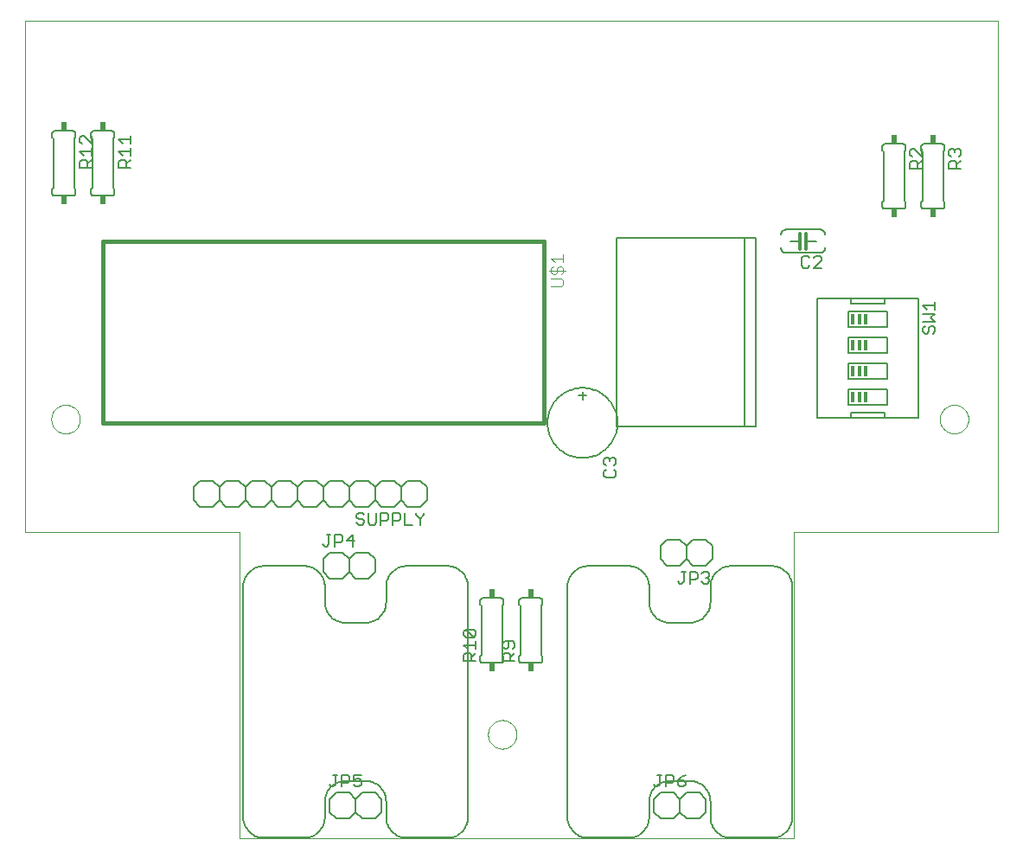
<source format=gto>
G75*
G70*
%OFA0B0*%
%FSLAX24Y24*%
%IPPOS*%
%LPD*%
%AMOC8*
5,1,8,0,0,1.08239X$1,22.5*
%
%ADD10C,0.0030*%
%ADD11C,0.0000*%
%ADD12C,0.0060*%
%ADD13C,0.0120*%
%ADD14C,0.0050*%
%ADD15R,0.0240X0.0340*%
%ADD16R,0.0150X0.0400*%
%ADD17C,0.0160*%
%ADD18C,0.0040*%
D10*
X008448Y000300D02*
X029826Y000300D01*
X029826Y012111D01*
X037700Y012111D01*
X037700Y031796D01*
X000180Y031796D01*
X000180Y012111D01*
X008448Y012111D01*
X008448Y000300D01*
D11*
X018035Y004296D02*
X018037Y004343D01*
X018043Y004389D01*
X018053Y004435D01*
X018066Y004480D01*
X018084Y004523D01*
X018105Y004565D01*
X018129Y004605D01*
X018157Y004642D01*
X018188Y004677D01*
X018222Y004710D01*
X018258Y004739D01*
X018297Y004765D01*
X018338Y004788D01*
X018381Y004807D01*
X018425Y004823D01*
X018470Y004835D01*
X018516Y004843D01*
X018563Y004847D01*
X018609Y004847D01*
X018656Y004843D01*
X018702Y004835D01*
X018747Y004823D01*
X018791Y004807D01*
X018834Y004788D01*
X018875Y004765D01*
X018914Y004739D01*
X018950Y004710D01*
X018984Y004677D01*
X019015Y004642D01*
X019043Y004605D01*
X019067Y004565D01*
X019088Y004523D01*
X019106Y004480D01*
X019119Y004435D01*
X019129Y004389D01*
X019135Y004343D01*
X019137Y004296D01*
X019135Y004249D01*
X019129Y004203D01*
X019119Y004157D01*
X019106Y004112D01*
X019088Y004069D01*
X019067Y004027D01*
X019043Y003987D01*
X019015Y003950D01*
X018984Y003915D01*
X018950Y003882D01*
X018914Y003853D01*
X018875Y003827D01*
X018834Y003804D01*
X018791Y003785D01*
X018747Y003769D01*
X018702Y003757D01*
X018656Y003749D01*
X018609Y003745D01*
X018563Y003745D01*
X018516Y003749D01*
X018470Y003757D01*
X018425Y003769D01*
X018381Y003785D01*
X018338Y003804D01*
X018297Y003827D01*
X018258Y003853D01*
X018222Y003882D01*
X018188Y003915D01*
X018157Y003950D01*
X018129Y003987D01*
X018105Y004027D01*
X018084Y004069D01*
X018066Y004112D01*
X018053Y004157D01*
X018043Y004203D01*
X018037Y004249D01*
X018035Y004296D01*
X001204Y016442D02*
X001206Y016489D01*
X001212Y016535D01*
X001222Y016581D01*
X001235Y016626D01*
X001253Y016669D01*
X001274Y016711D01*
X001298Y016751D01*
X001326Y016788D01*
X001357Y016823D01*
X001391Y016856D01*
X001427Y016885D01*
X001466Y016911D01*
X001507Y016934D01*
X001550Y016953D01*
X001594Y016969D01*
X001639Y016981D01*
X001685Y016989D01*
X001732Y016993D01*
X001778Y016993D01*
X001825Y016989D01*
X001871Y016981D01*
X001916Y016969D01*
X001960Y016953D01*
X002003Y016934D01*
X002044Y016911D01*
X002083Y016885D01*
X002119Y016856D01*
X002153Y016823D01*
X002184Y016788D01*
X002212Y016751D01*
X002236Y016711D01*
X002257Y016669D01*
X002275Y016626D01*
X002288Y016581D01*
X002298Y016535D01*
X002304Y016489D01*
X002306Y016442D01*
X002304Y016395D01*
X002298Y016349D01*
X002288Y016303D01*
X002275Y016258D01*
X002257Y016215D01*
X002236Y016173D01*
X002212Y016133D01*
X002184Y016096D01*
X002153Y016061D01*
X002119Y016028D01*
X002083Y015999D01*
X002044Y015973D01*
X002003Y015950D01*
X001960Y015931D01*
X001916Y015915D01*
X001871Y015903D01*
X001825Y015895D01*
X001778Y015891D01*
X001732Y015891D01*
X001685Y015895D01*
X001639Y015903D01*
X001594Y015915D01*
X001550Y015931D01*
X001507Y015950D01*
X001466Y015973D01*
X001427Y015999D01*
X001391Y016028D01*
X001357Y016061D01*
X001326Y016096D01*
X001298Y016133D01*
X001274Y016173D01*
X001253Y016215D01*
X001235Y016258D01*
X001222Y016303D01*
X001212Y016349D01*
X001206Y016395D01*
X001204Y016442D01*
X035456Y016442D02*
X035458Y016489D01*
X035464Y016535D01*
X035474Y016581D01*
X035487Y016626D01*
X035505Y016669D01*
X035526Y016711D01*
X035550Y016751D01*
X035578Y016788D01*
X035609Y016823D01*
X035643Y016856D01*
X035679Y016885D01*
X035718Y016911D01*
X035759Y016934D01*
X035802Y016953D01*
X035846Y016969D01*
X035891Y016981D01*
X035937Y016989D01*
X035984Y016993D01*
X036030Y016993D01*
X036077Y016989D01*
X036123Y016981D01*
X036168Y016969D01*
X036212Y016953D01*
X036255Y016934D01*
X036296Y016911D01*
X036335Y016885D01*
X036371Y016856D01*
X036405Y016823D01*
X036436Y016788D01*
X036464Y016751D01*
X036488Y016711D01*
X036509Y016669D01*
X036527Y016626D01*
X036540Y016581D01*
X036550Y016535D01*
X036556Y016489D01*
X036558Y016442D01*
X036556Y016395D01*
X036550Y016349D01*
X036540Y016303D01*
X036527Y016258D01*
X036509Y016215D01*
X036488Y016173D01*
X036464Y016133D01*
X036436Y016096D01*
X036405Y016061D01*
X036371Y016028D01*
X036335Y015999D01*
X036296Y015973D01*
X036255Y015950D01*
X036212Y015931D01*
X036168Y015915D01*
X036123Y015903D01*
X036077Y015895D01*
X036030Y015891D01*
X035984Y015891D01*
X035937Y015895D01*
X035891Y015903D01*
X035846Y015915D01*
X035802Y015931D01*
X035759Y015950D01*
X035718Y015973D01*
X035679Y015999D01*
X035643Y016028D01*
X035609Y016061D01*
X035578Y016096D01*
X035550Y016133D01*
X035526Y016173D01*
X035505Y016215D01*
X035487Y016258D01*
X035474Y016303D01*
X035464Y016349D01*
X035458Y016395D01*
X035456Y016442D01*
D12*
X034630Y016500D02*
X033330Y016500D01*
X032030Y016500D01*
X032030Y016700D01*
X033330Y016700D01*
X033330Y016500D01*
X033430Y017000D02*
X031930Y017000D01*
X031930Y017600D01*
X033430Y017600D01*
X033430Y017000D01*
X033430Y018000D02*
X031930Y018000D01*
X031930Y018600D01*
X033430Y018600D01*
X033430Y018000D01*
X033430Y019000D02*
X031930Y019000D01*
X031930Y019600D01*
X033430Y019600D01*
X033430Y019000D01*
X033430Y020000D02*
X031930Y020000D01*
X031930Y020600D01*
X033430Y020600D01*
X033430Y020000D01*
X033330Y020900D02*
X033330Y021100D01*
X032030Y021100D01*
X030730Y021100D01*
X030730Y016500D01*
X032030Y016500D01*
X034630Y016500D02*
X034630Y021100D01*
X033330Y021100D01*
X033330Y020900D02*
X032030Y020900D01*
X032030Y021100D01*
X030830Y022850D02*
X029530Y022850D01*
X029504Y022852D01*
X029478Y022857D01*
X029453Y022865D01*
X029430Y022877D01*
X029408Y022891D01*
X029389Y022909D01*
X029371Y022928D01*
X029357Y022950D01*
X029345Y022973D01*
X029337Y022998D01*
X029332Y023024D01*
X029330Y023050D01*
X029680Y023300D02*
X030050Y023300D01*
X030300Y023300D02*
X030680Y023300D01*
X031030Y023050D02*
X031028Y023024D01*
X031023Y022998D01*
X031015Y022973D01*
X031003Y022950D01*
X030989Y022928D01*
X030971Y022909D01*
X030952Y022891D01*
X030930Y022877D01*
X030907Y022865D01*
X030882Y022857D01*
X030856Y022852D01*
X030830Y022850D01*
X031030Y023550D02*
X031028Y023576D01*
X031023Y023602D01*
X031015Y023627D01*
X031003Y023650D01*
X030989Y023672D01*
X030971Y023691D01*
X030952Y023709D01*
X030930Y023723D01*
X030907Y023735D01*
X030882Y023743D01*
X030856Y023748D01*
X030830Y023750D01*
X029530Y023750D01*
X029504Y023748D01*
X029478Y023743D01*
X029453Y023735D01*
X029430Y023723D01*
X029408Y023709D01*
X029389Y023691D01*
X029371Y023672D01*
X029357Y023650D01*
X029345Y023627D01*
X029337Y023602D01*
X029332Y023576D01*
X029330Y023550D01*
X033230Y024650D02*
X033230Y024800D01*
X033280Y024850D01*
X033280Y026750D01*
X033230Y026800D01*
X033230Y026950D01*
X033232Y026967D01*
X033236Y026984D01*
X033243Y027000D01*
X033253Y027014D01*
X033266Y027027D01*
X033280Y027037D01*
X033296Y027044D01*
X033313Y027048D01*
X033330Y027050D01*
X034030Y027050D01*
X034047Y027048D01*
X034064Y027044D01*
X034080Y027037D01*
X034094Y027027D01*
X034107Y027014D01*
X034117Y027000D01*
X034124Y026984D01*
X034128Y026967D01*
X034130Y026950D01*
X034130Y026800D01*
X034080Y026750D01*
X034080Y024850D01*
X034130Y024800D01*
X034130Y024650D01*
X034128Y024633D01*
X034124Y024616D01*
X034117Y024600D01*
X034107Y024586D01*
X034094Y024573D01*
X034080Y024563D01*
X034064Y024556D01*
X034047Y024552D01*
X034030Y024550D01*
X033330Y024550D01*
X033313Y024552D01*
X033296Y024556D01*
X033280Y024563D01*
X033266Y024573D01*
X033253Y024586D01*
X033243Y024600D01*
X033236Y024616D01*
X033232Y024633D01*
X033230Y024650D01*
X034730Y024650D02*
X034730Y024800D01*
X034780Y024850D01*
X034780Y026750D01*
X034730Y026800D01*
X034730Y026950D01*
X034732Y026967D01*
X034736Y026984D01*
X034743Y027000D01*
X034753Y027014D01*
X034766Y027027D01*
X034780Y027037D01*
X034796Y027044D01*
X034813Y027048D01*
X034830Y027050D01*
X035530Y027050D01*
X035547Y027048D01*
X035564Y027044D01*
X035580Y027037D01*
X035594Y027027D01*
X035607Y027014D01*
X035617Y027000D01*
X035624Y026984D01*
X035628Y026967D01*
X035630Y026950D01*
X035630Y026800D01*
X035580Y026750D01*
X035580Y024850D01*
X035630Y024800D01*
X035630Y024650D01*
X035628Y024633D01*
X035624Y024616D01*
X035617Y024600D01*
X035607Y024586D01*
X035594Y024573D01*
X035580Y024563D01*
X035564Y024556D01*
X035547Y024552D01*
X035530Y024550D01*
X034830Y024550D01*
X034813Y024552D01*
X034796Y024556D01*
X034780Y024563D01*
X034766Y024573D01*
X034753Y024586D01*
X034743Y024600D01*
X034736Y024616D01*
X034732Y024633D01*
X034730Y024650D01*
X021830Y017350D02*
X021530Y017350D01*
X021680Y017500D02*
X021680Y017200D01*
X020330Y016300D02*
X020332Y016373D01*
X020338Y016446D01*
X020348Y016518D01*
X020362Y016590D01*
X020379Y016661D01*
X020401Y016731D01*
X020426Y016800D01*
X020455Y016867D01*
X020487Y016932D01*
X020523Y016996D01*
X020563Y017058D01*
X020605Y017117D01*
X020651Y017174D01*
X020700Y017228D01*
X020752Y017280D01*
X020806Y017329D01*
X020863Y017375D01*
X020922Y017417D01*
X020984Y017457D01*
X021048Y017493D01*
X021113Y017525D01*
X021180Y017554D01*
X021249Y017579D01*
X021319Y017601D01*
X021390Y017618D01*
X021462Y017632D01*
X021534Y017642D01*
X021607Y017648D01*
X021680Y017650D01*
X021753Y017648D01*
X021826Y017642D01*
X021898Y017632D01*
X021970Y017618D01*
X022041Y017601D01*
X022111Y017579D01*
X022180Y017554D01*
X022247Y017525D01*
X022312Y017493D01*
X022376Y017457D01*
X022438Y017417D01*
X022497Y017375D01*
X022554Y017329D01*
X022608Y017280D01*
X022660Y017228D01*
X022709Y017174D01*
X022755Y017117D01*
X022797Y017058D01*
X022837Y016996D01*
X022873Y016932D01*
X022905Y016867D01*
X022934Y016800D01*
X022959Y016731D01*
X022981Y016661D01*
X022998Y016590D01*
X023012Y016518D01*
X023022Y016446D01*
X023028Y016373D01*
X023030Y016300D01*
X023028Y016227D01*
X023022Y016154D01*
X023012Y016082D01*
X022998Y016010D01*
X022981Y015939D01*
X022959Y015869D01*
X022934Y015800D01*
X022905Y015733D01*
X022873Y015668D01*
X022837Y015604D01*
X022797Y015542D01*
X022755Y015483D01*
X022709Y015426D01*
X022660Y015372D01*
X022608Y015320D01*
X022554Y015271D01*
X022497Y015225D01*
X022438Y015183D01*
X022376Y015143D01*
X022312Y015107D01*
X022247Y015075D01*
X022180Y015046D01*
X022111Y015021D01*
X022041Y014999D01*
X021970Y014982D01*
X021898Y014968D01*
X021826Y014958D01*
X021753Y014952D01*
X021680Y014950D01*
X021607Y014952D01*
X021534Y014958D01*
X021462Y014968D01*
X021390Y014982D01*
X021319Y014999D01*
X021249Y015021D01*
X021180Y015046D01*
X021113Y015075D01*
X021048Y015107D01*
X020984Y015143D01*
X020922Y015183D01*
X020863Y015225D01*
X020806Y015271D01*
X020752Y015320D01*
X020700Y015372D01*
X020651Y015426D01*
X020605Y015483D01*
X020563Y015542D01*
X020523Y015604D01*
X020487Y015668D01*
X020455Y015733D01*
X020426Y015800D01*
X020401Y015869D01*
X020379Y015939D01*
X020362Y016010D01*
X020348Y016082D01*
X020338Y016154D01*
X020332Y016227D01*
X020330Y016300D01*
X015680Y013818D02*
X015680Y013318D01*
X015430Y013068D01*
X014930Y013068D01*
X014680Y013318D01*
X014430Y013068D01*
X013930Y013068D01*
X013680Y013318D01*
X013680Y013818D01*
X013930Y014068D01*
X014430Y014068D01*
X014680Y013818D01*
X014930Y014068D01*
X015430Y014068D01*
X015680Y013818D01*
X014680Y013818D02*
X014680Y013318D01*
X013680Y013318D02*
X013430Y013068D01*
X012930Y013068D01*
X012680Y013318D01*
X012430Y013068D01*
X011930Y013068D01*
X011680Y013318D01*
X011430Y013068D01*
X010930Y013068D01*
X010680Y013318D01*
X010680Y013818D01*
X010930Y014068D01*
X011430Y014068D01*
X011680Y013818D01*
X011930Y014068D01*
X012430Y014068D01*
X012680Y013818D01*
X012930Y014068D01*
X013430Y014068D01*
X013680Y013818D01*
X012680Y013818D02*
X012680Y013318D01*
X011680Y013318D02*
X011680Y013818D01*
X010680Y013818D02*
X010430Y014068D01*
X009930Y014068D01*
X009680Y013818D01*
X009430Y014068D01*
X008930Y014068D01*
X008680Y013818D01*
X008430Y014068D01*
X007930Y014068D01*
X007680Y013818D01*
X007430Y014068D01*
X006930Y014068D01*
X006680Y013818D01*
X006680Y013318D01*
X006930Y013068D01*
X007430Y013068D01*
X007680Y013318D01*
X007680Y013818D01*
X007680Y013318D02*
X007930Y013068D01*
X008430Y013068D01*
X008680Y013318D01*
X008680Y013818D01*
X008680Y013318D02*
X008930Y013068D01*
X009430Y013068D01*
X009680Y013318D01*
X009680Y013818D01*
X009680Y013318D02*
X009930Y013068D01*
X010430Y013068D01*
X010680Y013318D01*
X011930Y011300D02*
X011680Y011050D01*
X011680Y010550D01*
X011930Y010300D01*
X012430Y010300D01*
X012680Y010550D01*
X012930Y010300D01*
X013430Y010300D01*
X013680Y010550D01*
X013680Y011050D01*
X013430Y011300D01*
X012930Y011300D01*
X012680Y011050D01*
X012680Y010550D01*
X012680Y011050D02*
X012430Y011300D01*
X011930Y011300D01*
X017730Y009450D02*
X017730Y009300D01*
X017780Y009250D01*
X017780Y007350D01*
X017730Y007300D01*
X017730Y007150D01*
X017732Y007133D01*
X017736Y007116D01*
X017743Y007100D01*
X017753Y007086D01*
X017766Y007073D01*
X017780Y007063D01*
X017796Y007056D01*
X017813Y007052D01*
X017830Y007050D01*
X018530Y007050D01*
X018547Y007052D01*
X018564Y007056D01*
X018580Y007063D01*
X018594Y007073D01*
X018607Y007086D01*
X018617Y007100D01*
X018624Y007116D01*
X018628Y007133D01*
X018630Y007150D01*
X018630Y007300D01*
X018580Y007350D01*
X018580Y009250D01*
X018630Y009300D01*
X018630Y009450D01*
X018628Y009467D01*
X018624Y009484D01*
X018617Y009500D01*
X018607Y009514D01*
X018594Y009527D01*
X018580Y009537D01*
X018564Y009544D01*
X018547Y009548D01*
X018530Y009550D01*
X017830Y009550D01*
X017813Y009548D01*
X017796Y009544D01*
X017780Y009537D01*
X017766Y009527D01*
X017753Y009514D01*
X017743Y009500D01*
X017736Y009484D01*
X017732Y009467D01*
X017730Y009450D01*
X019230Y009450D02*
X019230Y009300D01*
X019280Y009250D01*
X019280Y007350D01*
X019230Y007300D01*
X019230Y007150D01*
X019232Y007133D01*
X019236Y007116D01*
X019243Y007100D01*
X019253Y007086D01*
X019266Y007073D01*
X019280Y007063D01*
X019296Y007056D01*
X019313Y007052D01*
X019330Y007050D01*
X020030Y007050D01*
X020047Y007052D01*
X020064Y007056D01*
X020080Y007063D01*
X020094Y007073D01*
X020107Y007086D01*
X020117Y007100D01*
X020124Y007116D01*
X020128Y007133D01*
X020130Y007150D01*
X020130Y007300D01*
X020080Y007350D01*
X020080Y009250D01*
X020130Y009300D01*
X020130Y009450D01*
X020128Y009467D01*
X020124Y009484D01*
X020117Y009500D01*
X020107Y009514D01*
X020094Y009527D01*
X020080Y009537D01*
X020064Y009544D01*
X020047Y009548D01*
X020030Y009550D01*
X019330Y009550D01*
X019313Y009548D01*
X019296Y009544D01*
X019280Y009537D01*
X019266Y009527D01*
X019253Y009514D01*
X019243Y009500D01*
X019236Y009484D01*
X019232Y009467D01*
X019230Y009450D01*
X024680Y011050D02*
X024930Y010800D01*
X025430Y010800D01*
X025680Y011050D01*
X025680Y011550D01*
X025430Y011800D01*
X024930Y011800D01*
X024680Y011550D01*
X024680Y011050D01*
X025680Y011050D02*
X025930Y010800D01*
X026430Y010800D01*
X026680Y011050D01*
X026680Y011550D01*
X026430Y011800D01*
X025930Y011800D01*
X025680Y011550D01*
X025680Y002050D02*
X026180Y002050D01*
X026430Y001800D01*
X026430Y001300D01*
X026180Y001050D01*
X025680Y001050D01*
X025430Y001300D01*
X025180Y001050D01*
X024680Y001050D01*
X024430Y001300D01*
X024430Y001800D01*
X024680Y002050D01*
X025180Y002050D01*
X025430Y001800D01*
X025680Y002050D01*
X025430Y001800D02*
X025430Y001300D01*
X013930Y001300D02*
X013680Y001050D01*
X013180Y001050D01*
X012930Y001300D01*
X012680Y001050D01*
X012180Y001050D01*
X011930Y001300D01*
X011930Y001800D01*
X012180Y002050D01*
X012680Y002050D01*
X012930Y001800D01*
X013180Y002050D01*
X013680Y002050D01*
X013930Y001800D01*
X013930Y001300D01*
X012930Y001300D02*
X012930Y001800D01*
X003530Y025050D02*
X002830Y025050D01*
X002813Y025052D01*
X002796Y025056D01*
X002780Y025063D01*
X002766Y025073D01*
X002753Y025086D01*
X002743Y025100D01*
X002736Y025116D01*
X002732Y025133D01*
X002730Y025150D01*
X002730Y025300D01*
X002780Y025350D01*
X002780Y027250D01*
X002730Y027300D01*
X002730Y027450D01*
X002732Y027467D01*
X002736Y027484D01*
X002743Y027500D01*
X002753Y027514D01*
X002766Y027527D01*
X002780Y027537D01*
X002796Y027544D01*
X002813Y027548D01*
X002830Y027550D01*
X003530Y027550D01*
X003547Y027548D01*
X003564Y027544D01*
X003580Y027537D01*
X003594Y027527D01*
X003607Y027514D01*
X003617Y027500D01*
X003624Y027484D01*
X003628Y027467D01*
X003630Y027450D01*
X003630Y027300D01*
X003580Y027250D01*
X003580Y025350D01*
X003630Y025300D01*
X003630Y025150D01*
X003628Y025133D01*
X003624Y025116D01*
X003617Y025100D01*
X003607Y025086D01*
X003594Y025073D01*
X003580Y025063D01*
X003564Y025056D01*
X003547Y025052D01*
X003530Y025050D01*
X002130Y025150D02*
X002130Y025300D01*
X002080Y025350D01*
X002080Y027250D01*
X002130Y027300D01*
X002130Y027450D01*
X002128Y027467D01*
X002124Y027484D01*
X002117Y027500D01*
X002107Y027514D01*
X002094Y027527D01*
X002080Y027537D01*
X002064Y027544D01*
X002047Y027548D01*
X002030Y027550D01*
X001330Y027550D01*
X001313Y027548D01*
X001296Y027544D01*
X001280Y027537D01*
X001266Y027527D01*
X001253Y027514D01*
X001243Y027500D01*
X001236Y027484D01*
X001232Y027467D01*
X001230Y027450D01*
X001230Y027300D01*
X001280Y027250D01*
X001280Y025350D01*
X001230Y025300D01*
X001230Y025150D01*
X001232Y025133D01*
X001236Y025116D01*
X001243Y025100D01*
X001253Y025086D01*
X001266Y025073D01*
X001280Y025063D01*
X001296Y025056D01*
X001313Y025052D01*
X001330Y025050D01*
X002030Y025050D01*
X002047Y025052D01*
X002064Y025056D01*
X002080Y025063D01*
X002094Y025073D01*
X002107Y025086D01*
X002117Y025100D01*
X002124Y025116D01*
X002128Y025133D01*
X002130Y025150D01*
D13*
X030050Y023600D02*
X030050Y023300D01*
X030050Y023000D01*
X030300Y023000D02*
X030300Y023300D01*
X030300Y023600D01*
D14*
X030359Y022725D02*
X030209Y022725D01*
X030134Y022650D01*
X030134Y022350D01*
X030209Y022275D01*
X030359Y022275D01*
X030434Y022350D01*
X030595Y022275D02*
X030895Y022575D01*
X030895Y022650D01*
X030820Y022725D01*
X030670Y022725D01*
X030595Y022650D01*
X030434Y022650D02*
X030359Y022725D01*
X030595Y022275D02*
X030895Y022275D01*
X028365Y023425D02*
X028365Y016175D01*
X022995Y016175D01*
X022995Y023425D01*
X028365Y023425D01*
X027930Y023425D02*
X027930Y016175D01*
X022955Y014890D02*
X022955Y014740D01*
X022880Y014665D01*
X022880Y014504D02*
X022955Y014429D01*
X022955Y014279D01*
X022880Y014204D01*
X022580Y014204D01*
X022505Y014279D01*
X022505Y014429D01*
X022580Y014504D01*
X022580Y014665D02*
X022505Y014740D01*
X022505Y014890D01*
X022580Y014965D01*
X022655Y014965D01*
X022730Y014890D01*
X022805Y014965D01*
X022880Y014965D01*
X022955Y014890D01*
X022730Y014890D02*
X022730Y014815D01*
X023461Y010786D02*
X021887Y010786D01*
X021833Y010784D01*
X021780Y010779D01*
X021727Y010770D01*
X021675Y010757D01*
X021623Y010741D01*
X021573Y010721D01*
X021525Y010698D01*
X021478Y010671D01*
X021433Y010642D01*
X021390Y010609D01*
X021350Y010574D01*
X021312Y010536D01*
X021277Y010496D01*
X021244Y010453D01*
X021215Y010408D01*
X021188Y010361D01*
X021165Y010313D01*
X021145Y010263D01*
X021129Y010211D01*
X021116Y010159D01*
X021107Y010106D01*
X021102Y010053D01*
X021100Y009999D01*
X021099Y009999D02*
X021099Y001101D01*
X021100Y001101D02*
X021102Y001047D01*
X021107Y000994D01*
X021116Y000941D01*
X021129Y000889D01*
X021145Y000837D01*
X021165Y000787D01*
X021188Y000739D01*
X021215Y000692D01*
X021244Y000647D01*
X021277Y000604D01*
X021312Y000564D01*
X021350Y000526D01*
X021390Y000491D01*
X021433Y000458D01*
X021478Y000429D01*
X021525Y000402D01*
X021573Y000379D01*
X021623Y000359D01*
X021675Y000343D01*
X021727Y000330D01*
X021780Y000321D01*
X021833Y000316D01*
X021887Y000314D01*
X023461Y000314D01*
X023515Y000316D01*
X023568Y000321D01*
X023621Y000330D01*
X023673Y000343D01*
X023725Y000359D01*
X023775Y000379D01*
X023823Y000402D01*
X023870Y000429D01*
X023915Y000458D01*
X023958Y000491D01*
X023998Y000526D01*
X024036Y000564D01*
X024071Y000604D01*
X024104Y000647D01*
X024133Y000692D01*
X024160Y000739D01*
X024183Y000787D01*
X024203Y000837D01*
X024219Y000889D01*
X024232Y000941D01*
X024241Y000994D01*
X024246Y001047D01*
X024248Y001101D01*
X024249Y001101D02*
X024249Y001711D01*
X024500Y002295D02*
X024575Y002295D01*
X024650Y002370D01*
X024650Y002745D01*
X024575Y002745D02*
X024725Y002745D01*
X024885Y002745D02*
X025111Y002745D01*
X025186Y002670D01*
X025186Y002520D01*
X025111Y002445D01*
X024885Y002445D01*
X024885Y002295D02*
X024885Y002745D01*
X025036Y002499D02*
X025824Y002499D01*
X025646Y002445D02*
X025571Y002520D01*
X025346Y002520D01*
X025346Y002370D01*
X025421Y002295D01*
X025571Y002295D01*
X025646Y002370D01*
X025646Y002445D01*
X025496Y002670D02*
X025346Y002520D01*
X025496Y002670D02*
X025646Y002745D01*
X025824Y002498D02*
X025878Y002496D01*
X025931Y002491D01*
X025984Y002482D01*
X026036Y002469D01*
X026088Y002453D01*
X026138Y002433D01*
X026186Y002410D01*
X026233Y002383D01*
X026278Y002354D01*
X026321Y002321D01*
X026361Y002286D01*
X026399Y002248D01*
X026434Y002208D01*
X026467Y002165D01*
X026496Y002120D01*
X026523Y002073D01*
X026546Y002025D01*
X026566Y001975D01*
X026582Y001923D01*
X026595Y001871D01*
X026604Y001818D01*
X026609Y001765D01*
X026611Y001711D01*
X026611Y001101D01*
X026612Y001101D02*
X026614Y001047D01*
X026619Y000994D01*
X026628Y000941D01*
X026641Y000889D01*
X026657Y000837D01*
X026677Y000787D01*
X026700Y000739D01*
X026727Y000692D01*
X026756Y000647D01*
X026789Y000604D01*
X026824Y000564D01*
X026862Y000526D01*
X026902Y000491D01*
X026945Y000458D01*
X026990Y000429D01*
X027037Y000402D01*
X027085Y000379D01*
X027135Y000359D01*
X027187Y000343D01*
X027239Y000330D01*
X027292Y000321D01*
X027345Y000316D01*
X027399Y000314D01*
X028973Y000314D01*
X029027Y000316D01*
X029080Y000321D01*
X029133Y000330D01*
X029185Y000343D01*
X029237Y000359D01*
X029287Y000379D01*
X029335Y000402D01*
X029382Y000429D01*
X029427Y000458D01*
X029470Y000491D01*
X029510Y000526D01*
X029548Y000564D01*
X029583Y000604D01*
X029616Y000647D01*
X029645Y000692D01*
X029672Y000739D01*
X029695Y000787D01*
X029715Y000837D01*
X029731Y000889D01*
X029744Y000941D01*
X029753Y000994D01*
X029758Y001047D01*
X029760Y001101D01*
X029761Y001101D02*
X029761Y009999D01*
X029760Y009999D02*
X029758Y010053D01*
X029753Y010106D01*
X029744Y010159D01*
X029731Y010211D01*
X029715Y010263D01*
X029695Y010313D01*
X029672Y010361D01*
X029645Y010408D01*
X029616Y010453D01*
X029583Y010496D01*
X029548Y010536D01*
X029510Y010574D01*
X029470Y010609D01*
X029427Y010642D01*
X029382Y010671D01*
X029335Y010698D01*
X029287Y010721D01*
X029237Y010741D01*
X029185Y010757D01*
X029133Y010770D01*
X029080Y010779D01*
X029027Y010784D01*
X028973Y010786D01*
X027399Y010786D01*
X027345Y010784D01*
X027292Y010779D01*
X027239Y010770D01*
X027187Y010757D01*
X027135Y010741D01*
X027085Y010721D01*
X027037Y010698D01*
X026990Y010671D01*
X026945Y010642D01*
X026902Y010609D01*
X026862Y010574D01*
X026824Y010536D01*
X026789Y010496D01*
X026756Y010453D01*
X026727Y010408D01*
X026700Y010361D01*
X026677Y010313D01*
X026657Y010263D01*
X026641Y010211D01*
X026628Y010159D01*
X026619Y010106D01*
X026614Y010053D01*
X026612Y009999D01*
X026611Y009999D02*
X026611Y009389D01*
X026500Y010105D02*
X026350Y010105D01*
X026275Y010180D01*
X026425Y010330D02*
X026500Y010330D01*
X026575Y010255D01*
X026575Y010180D01*
X026500Y010105D01*
X026500Y010330D02*
X026575Y010405D01*
X026575Y010480D01*
X026500Y010555D01*
X026350Y010555D01*
X026275Y010480D01*
X026114Y010480D02*
X026039Y010555D01*
X025814Y010555D01*
X025814Y010105D01*
X025814Y010255D02*
X026039Y010255D01*
X026114Y010330D01*
X026114Y010480D01*
X025654Y010555D02*
X025504Y010555D01*
X025579Y010555D02*
X025579Y010180D01*
X025504Y010105D01*
X025429Y010105D01*
X025354Y010180D01*
X024249Y009389D02*
X024251Y009335D01*
X024256Y009282D01*
X024265Y009229D01*
X024278Y009177D01*
X024294Y009125D01*
X024314Y009075D01*
X024337Y009027D01*
X024364Y008980D01*
X024393Y008935D01*
X024426Y008892D01*
X024461Y008852D01*
X024499Y008814D01*
X024539Y008779D01*
X024582Y008746D01*
X024627Y008717D01*
X024674Y008690D01*
X024722Y008667D01*
X024772Y008647D01*
X024824Y008631D01*
X024876Y008618D01*
X024929Y008609D01*
X024982Y008604D01*
X025036Y008602D01*
X025036Y008601D02*
X025824Y008601D01*
X025824Y008602D02*
X025878Y008604D01*
X025931Y008609D01*
X025984Y008618D01*
X026036Y008631D01*
X026088Y008647D01*
X026138Y008667D01*
X026186Y008690D01*
X026233Y008717D01*
X026278Y008746D01*
X026321Y008779D01*
X026361Y008814D01*
X026399Y008852D01*
X026434Y008892D01*
X026467Y008935D01*
X026496Y008980D01*
X026523Y009027D01*
X026546Y009075D01*
X026566Y009125D01*
X026582Y009177D01*
X026595Y009229D01*
X026604Y009282D01*
X026609Y009335D01*
X026611Y009389D01*
X024249Y009389D02*
X024249Y009999D01*
X024248Y009999D02*
X024246Y010053D01*
X024241Y010106D01*
X024232Y010159D01*
X024219Y010211D01*
X024203Y010263D01*
X024183Y010313D01*
X024160Y010361D01*
X024133Y010408D01*
X024104Y010453D01*
X024071Y010496D01*
X024036Y010536D01*
X023998Y010574D01*
X023958Y010609D01*
X023915Y010642D01*
X023870Y010671D01*
X023823Y010698D01*
X023775Y010721D01*
X023725Y010741D01*
X023673Y010757D01*
X023621Y010770D01*
X023568Y010779D01*
X023515Y010784D01*
X023461Y010786D01*
X019055Y007811D02*
X019055Y007660D01*
X018980Y007585D01*
X018830Y007660D02*
X018830Y007886D01*
X018980Y007886D02*
X018680Y007886D01*
X018605Y007811D01*
X018605Y007660D01*
X018680Y007585D01*
X018755Y007585D01*
X018830Y007660D01*
X018830Y007425D02*
X018905Y007350D01*
X018905Y007125D01*
X019055Y007125D02*
X018605Y007125D01*
X018605Y007350D01*
X018680Y007425D01*
X018830Y007425D01*
X018905Y007275D02*
X019055Y007425D01*
X019055Y007811D02*
X018980Y007886D01*
X017555Y007886D02*
X017555Y007585D01*
X017555Y007736D02*
X017105Y007736D01*
X017255Y007585D01*
X017330Y007425D02*
X017405Y007350D01*
X017405Y007125D01*
X017555Y007125D02*
X017105Y007125D01*
X017105Y007350D01*
X017180Y007425D01*
X017330Y007425D01*
X017405Y007275D02*
X017555Y007425D01*
X017480Y008046D02*
X017180Y008046D01*
X017105Y008121D01*
X017105Y008271D01*
X017180Y008346D01*
X017480Y008046D01*
X017555Y008121D01*
X017555Y008271D01*
X017480Y008346D01*
X017180Y008346D01*
X017261Y009999D02*
X017261Y001101D01*
X017260Y001101D02*
X017258Y001047D01*
X017253Y000994D01*
X017244Y000941D01*
X017231Y000889D01*
X017215Y000837D01*
X017195Y000787D01*
X017172Y000739D01*
X017145Y000692D01*
X017116Y000647D01*
X017083Y000604D01*
X017048Y000564D01*
X017010Y000526D01*
X016970Y000491D01*
X016927Y000458D01*
X016882Y000429D01*
X016835Y000402D01*
X016787Y000379D01*
X016737Y000359D01*
X016685Y000343D01*
X016633Y000330D01*
X016580Y000321D01*
X016527Y000316D01*
X016473Y000314D01*
X014899Y000314D01*
X014845Y000316D01*
X014792Y000321D01*
X014739Y000330D01*
X014687Y000343D01*
X014635Y000359D01*
X014585Y000379D01*
X014537Y000402D01*
X014490Y000429D01*
X014445Y000458D01*
X014402Y000491D01*
X014362Y000526D01*
X014324Y000564D01*
X014289Y000604D01*
X014256Y000647D01*
X014227Y000692D01*
X014200Y000739D01*
X014177Y000787D01*
X014157Y000837D01*
X014141Y000889D01*
X014128Y000941D01*
X014119Y000994D01*
X014114Y001047D01*
X014112Y001101D01*
X014111Y001101D02*
X014111Y001711D01*
X014109Y001765D01*
X014104Y001818D01*
X014095Y001871D01*
X014082Y001923D01*
X014066Y001975D01*
X014046Y002025D01*
X014023Y002073D01*
X013996Y002120D01*
X013967Y002165D01*
X013934Y002208D01*
X013899Y002248D01*
X013861Y002286D01*
X013821Y002321D01*
X013778Y002354D01*
X013733Y002383D01*
X013686Y002410D01*
X013638Y002433D01*
X013588Y002453D01*
X013536Y002469D01*
X013484Y002482D01*
X013431Y002491D01*
X013378Y002496D01*
X013324Y002498D01*
X013324Y002499D02*
X012536Y002499D01*
X012611Y002445D02*
X012385Y002445D01*
X012385Y002295D02*
X012385Y002745D01*
X012611Y002745D01*
X012686Y002670D01*
X012686Y002520D01*
X012611Y002445D01*
X012846Y002370D02*
X012921Y002295D01*
X013071Y002295D01*
X013146Y002370D01*
X013146Y002520D01*
X013071Y002595D01*
X012996Y002595D01*
X012846Y002520D01*
X012846Y002745D01*
X013146Y002745D01*
X012225Y002745D02*
X012075Y002745D01*
X012150Y002745D02*
X012150Y002370D01*
X012075Y002295D01*
X012000Y002295D01*
X011925Y002370D01*
X011749Y001711D02*
X011749Y001101D01*
X011749Y001711D02*
X011751Y001765D01*
X011756Y001818D01*
X011765Y001871D01*
X011778Y001923D01*
X011794Y001975D01*
X011814Y002025D01*
X011837Y002073D01*
X011864Y002120D01*
X011893Y002165D01*
X011926Y002208D01*
X011961Y002248D01*
X011999Y002286D01*
X012039Y002321D01*
X012082Y002354D01*
X012127Y002383D01*
X012174Y002410D01*
X012222Y002433D01*
X012272Y002453D01*
X012324Y002469D01*
X012376Y002482D01*
X012429Y002491D01*
X012482Y002496D01*
X012536Y002498D01*
X011748Y001101D02*
X011746Y001047D01*
X011741Y000994D01*
X011732Y000941D01*
X011719Y000889D01*
X011703Y000837D01*
X011683Y000787D01*
X011660Y000739D01*
X011633Y000692D01*
X011604Y000647D01*
X011571Y000604D01*
X011536Y000564D01*
X011498Y000526D01*
X011458Y000491D01*
X011415Y000458D01*
X011370Y000429D01*
X011323Y000402D01*
X011275Y000379D01*
X011225Y000359D01*
X011173Y000343D01*
X011121Y000330D01*
X011068Y000321D01*
X011015Y000316D01*
X010961Y000314D01*
X009387Y000314D01*
X009333Y000316D01*
X009280Y000321D01*
X009227Y000330D01*
X009175Y000343D01*
X009123Y000359D01*
X009073Y000379D01*
X009025Y000402D01*
X008978Y000429D01*
X008933Y000458D01*
X008890Y000491D01*
X008850Y000526D01*
X008812Y000564D01*
X008777Y000604D01*
X008744Y000647D01*
X008715Y000692D01*
X008688Y000739D01*
X008665Y000787D01*
X008645Y000837D01*
X008629Y000889D01*
X008616Y000941D01*
X008607Y000994D01*
X008602Y001047D01*
X008600Y001101D01*
X008599Y001101D02*
X008599Y009999D01*
X008600Y009999D02*
X008602Y010053D01*
X008607Y010106D01*
X008616Y010159D01*
X008629Y010211D01*
X008645Y010263D01*
X008665Y010313D01*
X008688Y010361D01*
X008715Y010408D01*
X008744Y010453D01*
X008777Y010496D01*
X008812Y010536D01*
X008850Y010574D01*
X008890Y010609D01*
X008933Y010642D01*
X008978Y010671D01*
X009025Y010698D01*
X009073Y010721D01*
X009123Y010741D01*
X009175Y010757D01*
X009227Y010770D01*
X009280Y010779D01*
X009333Y010784D01*
X009387Y010786D01*
X010961Y010786D01*
X011015Y010784D01*
X011068Y010779D01*
X011121Y010770D01*
X011173Y010757D01*
X011225Y010741D01*
X011275Y010721D01*
X011323Y010698D01*
X011370Y010671D01*
X011415Y010642D01*
X011458Y010609D01*
X011498Y010574D01*
X011536Y010536D01*
X011571Y010496D01*
X011604Y010453D01*
X011633Y010408D01*
X011660Y010361D01*
X011683Y010313D01*
X011703Y010263D01*
X011719Y010211D01*
X011732Y010159D01*
X011741Y010106D01*
X011746Y010053D01*
X011748Y009999D01*
X011749Y009999D02*
X011749Y009389D01*
X011751Y009335D01*
X011756Y009282D01*
X011765Y009229D01*
X011778Y009177D01*
X011794Y009125D01*
X011814Y009075D01*
X011837Y009027D01*
X011864Y008980D01*
X011893Y008935D01*
X011926Y008892D01*
X011961Y008852D01*
X011999Y008814D01*
X012039Y008779D01*
X012082Y008746D01*
X012127Y008717D01*
X012174Y008690D01*
X012222Y008667D01*
X012272Y008647D01*
X012324Y008631D01*
X012376Y008618D01*
X012429Y008609D01*
X012482Y008604D01*
X012536Y008602D01*
X012536Y008601D02*
X013324Y008601D01*
X013324Y008602D02*
X013378Y008604D01*
X013431Y008609D01*
X013484Y008618D01*
X013536Y008631D01*
X013588Y008647D01*
X013638Y008667D01*
X013686Y008690D01*
X013733Y008717D01*
X013778Y008746D01*
X013821Y008779D01*
X013861Y008814D01*
X013899Y008852D01*
X013934Y008892D01*
X013967Y008935D01*
X013996Y008980D01*
X014023Y009027D01*
X014046Y009075D01*
X014066Y009125D01*
X014082Y009177D01*
X014095Y009229D01*
X014104Y009282D01*
X014109Y009335D01*
X014111Y009389D01*
X014111Y009999D01*
X014112Y009999D02*
X014114Y010053D01*
X014119Y010106D01*
X014128Y010159D01*
X014141Y010211D01*
X014157Y010263D01*
X014177Y010313D01*
X014200Y010361D01*
X014227Y010408D01*
X014256Y010453D01*
X014289Y010496D01*
X014324Y010536D01*
X014362Y010574D01*
X014402Y010609D01*
X014445Y010642D01*
X014490Y010671D01*
X014537Y010698D01*
X014585Y010721D01*
X014635Y010741D01*
X014687Y010757D01*
X014739Y010770D01*
X014792Y010779D01*
X014845Y010784D01*
X014899Y010786D01*
X016473Y010786D01*
X016527Y010784D01*
X016580Y010779D01*
X016633Y010770D01*
X016685Y010757D01*
X016737Y010741D01*
X016787Y010721D01*
X016835Y010698D01*
X016882Y010671D01*
X016927Y010642D01*
X016970Y010609D01*
X017010Y010574D01*
X017048Y010536D01*
X017083Y010496D01*
X017116Y010453D01*
X017145Y010408D01*
X017172Y010361D01*
X017195Y010313D01*
X017215Y010263D01*
X017231Y010211D01*
X017244Y010159D01*
X017253Y010106D01*
X017258Y010053D01*
X017260Y009999D01*
X015425Y012373D02*
X015425Y012598D01*
X015575Y012748D01*
X015575Y012823D01*
X015425Y012598D02*
X015275Y012748D01*
X015275Y012823D01*
X014814Y012823D02*
X014814Y012373D01*
X015114Y012373D01*
X014654Y012598D02*
X014579Y012523D01*
X014354Y012523D01*
X014354Y012373D02*
X014354Y012823D01*
X014579Y012823D01*
X014654Y012748D01*
X014654Y012598D01*
X014194Y012598D02*
X014119Y012523D01*
X013893Y012523D01*
X013893Y012373D02*
X013893Y012823D01*
X014119Y012823D01*
X014194Y012748D01*
X014194Y012598D01*
X013733Y012448D02*
X013733Y012823D01*
X013433Y012823D02*
X013433Y012448D01*
X013508Y012373D01*
X013658Y012373D01*
X013733Y012448D01*
X013273Y012448D02*
X013273Y012523D01*
X013198Y012598D01*
X013048Y012598D01*
X012973Y012673D01*
X012973Y012748D01*
X013048Y012823D01*
X013198Y012823D01*
X013273Y012748D01*
X013273Y012448D02*
X013198Y012373D01*
X013048Y012373D01*
X012973Y012448D01*
X012821Y011995D02*
X012596Y011770D01*
X012896Y011770D01*
X012821Y011545D02*
X012821Y011995D01*
X012436Y011920D02*
X012436Y011770D01*
X012361Y011695D01*
X012135Y011695D01*
X012135Y011545D02*
X012135Y011995D01*
X012361Y011995D01*
X012436Y011920D01*
X011975Y011995D02*
X011825Y011995D01*
X011900Y011995D02*
X011900Y011620D01*
X011825Y011545D01*
X011750Y011545D01*
X011675Y011620D01*
X024425Y002370D02*
X024500Y002295D01*
X025036Y002498D02*
X024982Y002496D01*
X024929Y002491D01*
X024876Y002482D01*
X024824Y002469D01*
X024772Y002453D01*
X024722Y002433D01*
X024674Y002410D01*
X024627Y002383D01*
X024582Y002354D01*
X024539Y002321D01*
X024499Y002286D01*
X024461Y002248D01*
X024426Y002208D01*
X024393Y002165D01*
X024364Y002120D01*
X024337Y002073D01*
X024314Y002025D01*
X024294Y001975D01*
X024278Y001923D01*
X024265Y001871D01*
X024256Y001818D01*
X024251Y001765D01*
X024249Y001711D01*
X034880Y019744D02*
X034805Y019819D01*
X034805Y019969D01*
X034880Y020044D01*
X035030Y019969D02*
X035105Y020044D01*
X035180Y020044D01*
X035255Y019969D01*
X035255Y019819D01*
X035180Y019744D01*
X035030Y019819D02*
X035030Y019969D01*
X035030Y019819D02*
X034955Y019744D01*
X034880Y019744D01*
X034805Y020204D02*
X035255Y020204D01*
X035105Y020354D01*
X035255Y020504D01*
X034805Y020504D01*
X034955Y020665D02*
X034805Y020815D01*
X035255Y020815D01*
X035255Y020665D02*
X035255Y020965D01*
X034755Y026104D02*
X034305Y026104D01*
X034305Y026329D01*
X034380Y026404D01*
X034530Y026404D01*
X034605Y026329D01*
X034605Y026104D01*
X034605Y026254D02*
X034755Y026404D01*
X034755Y026565D02*
X034455Y026865D01*
X034380Y026865D01*
X034305Y026790D01*
X034305Y026640D01*
X034380Y026565D01*
X034755Y026565D02*
X034755Y026865D01*
X035805Y026790D02*
X035880Y026865D01*
X035955Y026865D01*
X036030Y026790D01*
X036105Y026865D01*
X036180Y026865D01*
X036255Y026790D01*
X036255Y026640D01*
X036180Y026565D01*
X036255Y026404D02*
X036105Y026254D01*
X036105Y026329D02*
X036105Y026104D01*
X036255Y026104D02*
X035805Y026104D01*
X035805Y026329D01*
X035880Y026404D01*
X036030Y026404D01*
X036105Y026329D01*
X035880Y026565D02*
X035805Y026640D01*
X035805Y026790D01*
X036030Y026790D02*
X036030Y026715D01*
X004255Y026754D02*
X003805Y026754D01*
X003955Y026604D01*
X004030Y026444D02*
X004105Y026369D01*
X004105Y026144D01*
X004105Y026294D02*
X004255Y026444D01*
X004255Y026604D02*
X004255Y026904D01*
X004255Y027065D02*
X004255Y027365D01*
X004255Y027215D02*
X003805Y027215D01*
X003955Y027065D01*
X003880Y026444D02*
X004030Y026444D01*
X003880Y026444D02*
X003805Y026369D01*
X003805Y026144D01*
X004255Y026144D01*
X002755Y026144D02*
X002305Y026144D01*
X002305Y026369D01*
X002380Y026444D01*
X002530Y026444D01*
X002605Y026369D01*
X002605Y026144D01*
X002605Y026294D02*
X002755Y026444D01*
X002755Y026604D02*
X002755Y026904D01*
X002755Y026754D02*
X002305Y026754D01*
X002455Y026604D01*
X002380Y027065D02*
X002305Y027140D01*
X002305Y027290D01*
X002380Y027365D01*
X002455Y027365D01*
X002755Y027065D01*
X002755Y027365D01*
D15*
X003180Y027720D03*
X001680Y027720D03*
X001680Y024880D03*
X003180Y024880D03*
X018180Y009720D03*
X019680Y009720D03*
X019680Y006880D03*
X018180Y006880D03*
X033680Y024380D03*
X035180Y024380D03*
X035180Y027220D03*
X033680Y027220D03*
D16*
X032605Y020300D03*
X032355Y020300D03*
X032105Y020300D03*
X032105Y019300D03*
X032355Y019300D03*
X032605Y019300D03*
X032605Y018300D03*
X032355Y018300D03*
X032105Y018300D03*
X032105Y017300D03*
X032355Y017300D03*
X032605Y017300D03*
D17*
X020180Y016300D02*
X020180Y023300D01*
X003180Y023300D01*
X003180Y016300D01*
X020180Y016300D01*
D18*
X020475Y021564D02*
X020858Y021564D01*
X020935Y021641D01*
X020935Y021794D01*
X020858Y021871D01*
X020475Y021871D01*
X020551Y022024D02*
X020475Y022101D01*
X020475Y022254D01*
X020551Y022331D01*
X020705Y022254D02*
X020705Y022101D01*
X020628Y022024D01*
X020551Y022024D01*
X020398Y022178D02*
X021012Y022178D01*
X020935Y022254D02*
X020858Y022331D01*
X020782Y022331D01*
X020705Y022254D01*
X020935Y022254D02*
X020935Y022101D01*
X020858Y022024D01*
X020935Y022485D02*
X020935Y022792D01*
X020935Y022638D02*
X020475Y022638D01*
X020628Y022485D01*
M02*

</source>
